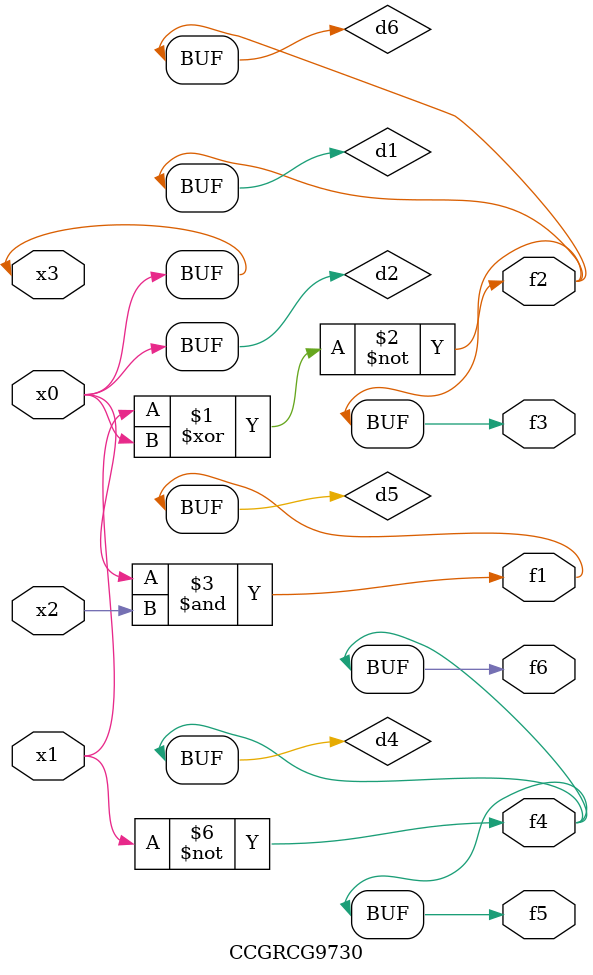
<source format=v>
module CCGRCG9730(
	input x0, x1, x2, x3,
	output f1, f2, f3, f4, f5, f6
);

	wire d1, d2, d3, d4, d5, d6;

	xnor (d1, x1, x3);
	buf (d2, x0, x3);
	nand (d3, x0, x2);
	not (d4, x1);
	nand (d5, d3);
	or (d6, d1);
	assign f1 = d5;
	assign f2 = d6;
	assign f3 = d6;
	assign f4 = d4;
	assign f5 = d4;
	assign f6 = d4;
endmodule

</source>
